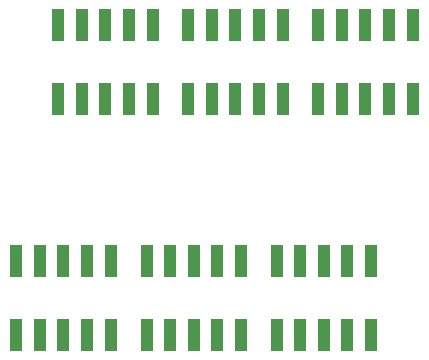
<source format=gbr>
%TF.GenerationSoftware,KiCad,Pcbnew,9.0.0*%
%TF.CreationDate,2025-03-10T21:20:54+01:00*%
%TF.ProjectId,connecteur,636f6e6e-6563-4746-9575-722e6b696361,rev?*%
%TF.SameCoordinates,Original*%
%TF.FileFunction,Paste,Bot*%
%TF.FilePolarity,Positive*%
%FSLAX46Y46*%
G04 Gerber Fmt 4.6, Leading zero omitted, Abs format (unit mm)*
G04 Created by KiCad (PCBNEW 9.0.0) date 2025-03-10 21:20:54*
%MOMM*%
%LPD*%
G01*
G04 APERTURE LIST*
%ADD10R,1.000000X2.750000*%
G04 APERTURE END LIST*
D10*
%TO.C,J54*%
X175940000Y-95415000D03*
X175940000Y-89165000D03*
X177940000Y-95415000D03*
X177940000Y-89165000D03*
X179940000Y-95415000D03*
X179940000Y-89165000D03*
X181940000Y-95415000D03*
X181940000Y-89165000D03*
X183940000Y-95415000D03*
X183940000Y-89165000D03*
%TD*%
%TO.C,J13*%
X158370000Y-109175000D03*
X158370000Y-115425000D03*
X156370000Y-109175000D03*
X156370000Y-115425000D03*
X154370000Y-109175000D03*
X154370000Y-115425000D03*
X152370000Y-109175000D03*
X152370000Y-115425000D03*
X150370000Y-109175000D03*
X150370000Y-115425000D03*
%TD*%
%TO.C,J57*%
X180420000Y-109185000D03*
X180420000Y-115435000D03*
X178420000Y-109185000D03*
X178420000Y-115435000D03*
X176420000Y-109185000D03*
X176420000Y-115435000D03*
X174420000Y-109185000D03*
X174420000Y-115435000D03*
X172420000Y-109185000D03*
X172420000Y-115435000D03*
%TD*%
%TO.C,J10*%
X153930000Y-95425000D03*
X153930000Y-89175000D03*
X155930000Y-95425000D03*
X155930000Y-89175000D03*
X157930000Y-95425000D03*
X157930000Y-89175000D03*
X159930000Y-95425000D03*
X159930000Y-89175000D03*
X161930000Y-95425000D03*
X161930000Y-89175000D03*
%TD*%
%TO.C,J32*%
X164940000Y-95425000D03*
X164940000Y-89175000D03*
X166940000Y-95425000D03*
X166940000Y-89175000D03*
X168940000Y-95425000D03*
X168940000Y-89175000D03*
X170940000Y-95425000D03*
X170940000Y-89175000D03*
X172940000Y-95425000D03*
X172940000Y-89175000D03*
%TD*%
%TO.C,J35*%
X169410000Y-109185000D03*
X169410000Y-115435000D03*
X167410000Y-109185000D03*
X167410000Y-115435000D03*
X165410000Y-109185000D03*
X165410000Y-115435000D03*
X163410000Y-109185000D03*
X163410000Y-115435000D03*
X161410000Y-109185000D03*
X161410000Y-115435000D03*
%TD*%
M02*

</source>
